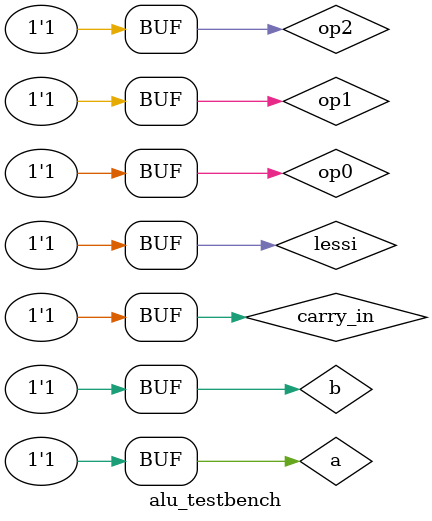
<source format=v>
`define DELAY 20
module alu_testbench(); 
reg a, b, carry_in ,op0,op1,op2,lessi;
wire res, carry_out;

alu_1 fatb(res, carry_out, carry_in, a, b ,op2,op1,op0,lessi);

initial begin
lessi=1'b0;a = 1'b0; b = 1'b0; carry_in = 1'b0 ;op2 = 1'b0;op1 = 1'b0;op0 = 1'b0;
#`DELAY;
lessi=1'b0;a = 1'b0; b = 1'b0; carry_in = 1'b0 ;op2 = 1'b0;op1 = 1'b0;op0 = 1'b0;
#`DELAY;
lessi=1'b0;a = 1'b0; b = 1'b0; carry_in = 1'b0 ;op2 = 1'b0;op1 = 1'b0;op0 = 1'b1;
#`DELAY;
lessi=1'b0;a = 1'b0; b = 1'b0; carry_in = 1'b0 ;op2 = 1'b0;op1 = 1'b0;op0 = 1'b1;
#`DELAY;
lessi=1'b0;a = 1'b0; b = 1'b0; carry_in = 1'b0 ;op2 = 1'b0;op1 = 1'b1;op0 = 1'b0;
#`DELAY;
lessi=1'b0;a = 1'b0; b = 1'b0; carry_in = 1'b0 ;op2 = 1'b0;op1 = 1'b1;op0 = 1'b0;
#`DELAY;
lessi=1'b0;a = 1'b0; b = 1'b0; carry_in = 1'b0 ;op2 = 1'b0;op1 = 1'b1;op0 = 1'b1;
#`DELAY;
lessi=1'b0;a = 1'b0; b = 1'b0; carry_in = 1'b0 ;op2 = 1'b0;op1 = 1'b1;op0 = 1'b1;
#`DELAY;
lessi=1'b0;a = 1'b0; b = 1'b0; carry_in = 1'b1 ;op2 = 1'b1;op1 = 1'b0;op0 = 1'b0;
#`DELAY;
lessi=1'b0;a = 1'b0; b = 1'b0; carry_in = 1'b1 ;op2 = 1'b1;op1 = 1'b0;op0 = 1'b0;
#`DELAY;
lessi=1'b0;a = 1'b0; b = 1'b0; carry_in = 1'b1 ;op2 = 1'b1;op1 = 1'b0;op0 = 1'b1;
#`DELAY;
lessi=1'b0;a = 1'b0; b = 1'b0; carry_in = 1'b1 ;op2 = 1'b1;op1 = 1'b0;op0 = 1'b1;
#`DELAY;
lessi=1'b0;a = 1'b0; b = 1'b0; carry_in = 1'b1 ;op2 = 1'b1;op1 = 1'b1;op0 = 1'b0;
#`DELAY;
lessi=1'b0;a = 1'b0; b = 1'b0; carry_in = 1'b1 ;op2 = 1'b1;op1 = 1'b1;op0 = 1'b0;
#`DELAY;
lessi=1'b0;a = 1'b0; b = 1'b0; carry_in = 1'b1 ;op2 = 1'b1;op1 = 1'b1;op0 = 1'b1;
#`DELAY;
lessi=1'b0;a = 1'b0; b = 1'b0; carry_in = 1'b1 ;op2 = 1'b1;op1 = 1'b1;op0 = 1'b1;
#`DELAY;
lessi=1'b0;a = 1'b0; b = 1'b0; carry_in = 1'b0 ;op2 = 1'b0;op1 = 1'b0;op0 = 1'b0;
#`DELAY;
lessi=1'b0;a = 1'b0; b = 1'b0; carry_in = 1'b0 ;op2 = 1'b0;op1 = 1'b0;op0 = 1'b0;
#`DELAY;
lessi=1'b0;a = 1'b0; b = 1'b0; carry_in = 1'b0 ;op2 = 1'b0;op1 = 1'b0;op0 = 1'b1;
#`DELAY;
lessi=1'b0;a = 1'b0; b = 1'b0; carry_in = 1'b0 ;op2 = 1'b0;op1 = 1'b0;op0 = 1'b1;
#`DELAY;
lessi=1'b0;a = 1'b0; b = 1'b0; carry_in = 1'b0 ;op2 = 1'b0;op1 = 1'b1;op0 = 1'b0;
#`DELAY;
lessi=1'b0;a = 1'b0; b = 1'b0; carry_in = 1'b0 ;op2 = 1'b0;op1 = 1'b1;op0 = 1'b0;
#`DELAY;
lessi=1'b0;a = 1'b0; b = 1'b0; carry_in = 1'b0 ;op2 = 1'b0;op1 = 1'b1;op0 = 1'b1;
#`DELAY;
lessi=1'b0;a = 1'b0; b = 1'b0; carry_in = 1'b0 ;op2 = 1'b0;op1 = 1'b1;op0 = 1'b1;
#`DELAY;
lessi=1'b0;a = 1'b0; b = 1'b0; carry_in = 1'b1 ;op2 = 1'b1;op1 = 1'b0;op0 = 1'b0;
#`DELAY;
lessi=1'b0;a = 1'b0; b = 1'b0; carry_in = 1'b1 ;op2 = 1'b1;op1 = 1'b0;op0 = 1'b0;
#`DELAY;
lessi=1'b0;a = 1'b0; b = 1'b0; carry_in = 1'b1 ;op2 = 1'b1;op1 = 1'b0;op0 = 1'b1;
#`DELAY;
lessi=1'b0;a = 1'b0; b = 1'b0; carry_in = 1'b1 ;op2 = 1'b1;op1 = 1'b0;op0 = 1'b1;
#`DELAY;
lessi=1'b0;a = 1'b0; b = 1'b0; carry_in = 1'b1 ;op2 = 1'b1;op1 = 1'b1;op0 = 1'b0;
#`DELAY;
lessi=1'b0;a = 1'b0; b = 1'b0; carry_in = 1'b1 ;op2 = 1'b1;op1 = 1'b1;op0 = 1'b0;
#`DELAY;
lessi=1'b0;a = 1'b0; b = 1'b0; carry_in = 1'b1 ;op2 = 1'b1;op1 = 1'b1;op0 = 1'b1;
#`DELAY;
lessi=1'b0;a = 1'b0; b = 1'b0; carry_in = 1'b1 ;op2 = 1'b1;op1 = 1'b1;op0 = 1'b1;
#`DELAY;
lessi=1'b0;a = 1'b0; b = 1'b1; carry_in = 1'b0 ;op2 = 1'b0;op1 = 1'b0;op0 = 1'b0;
#`DELAY;
lessi=1'b0;a = 1'b0; b = 1'b1; carry_in = 1'b0 ;op2 = 1'b0;op1 = 1'b0;op0 = 1'b0;
#`DELAY;
lessi=1'b0;a = 1'b0; b = 1'b1; carry_in = 1'b0 ;op2 = 1'b0;op1 = 1'b0;op0 = 1'b1;
#`DELAY;
lessi=1'b0;a = 1'b0; b = 1'b1; carry_in = 1'b0 ;op2 = 1'b0;op1 = 1'b0;op0 = 1'b1;
#`DELAY;
lessi=1'b0;a = 1'b0; b = 1'b1; carry_in = 1'b0 ;op2 = 1'b0;op1 = 1'b1;op0 = 1'b0;
#`DELAY;
lessi=1'b0;a = 1'b0; b = 1'b1; carry_in = 1'b0 ;op2 = 1'b0;op1 = 1'b1;op0 = 1'b0;
#`DELAY;
lessi=1'b0;a = 1'b0; b = 1'b1; carry_in = 1'b0 ;op2 = 1'b0;op1 = 1'b1;op0 = 1'b1;
#`DELAY;
lessi=1'b0;a = 1'b0; b = 1'b1; carry_in = 1'b0 ;op2 = 1'b0;op1 = 1'b1;op0 = 1'b1;
#`DELAY;
lessi=1'b0;a = 1'b0; b = 1'b1; carry_in = 1'b1 ;op2 = 1'b1;op1 = 1'b0;op0 = 1'b0;
#`DELAY;
lessi=1'b0;a = 1'b0; b = 1'b1; carry_in = 1'b1 ;op2 = 1'b1;op1 = 1'b0;op0 = 1'b0;
#`DELAY;
lessi=1'b0;a = 1'b0; b = 1'b1; carry_in = 1'b1 ;op2 = 1'b1;op1 = 1'b0;op0 = 1'b1;
#`DELAY;
lessi=1'b0;a = 1'b0; b = 1'b1; carry_in = 1'b1 ;op2 = 1'b1;op1 = 1'b0;op0 = 1'b1;
#`DELAY;
lessi=1'b0;a = 1'b0; b = 1'b1; carry_in = 1'b1 ;op2 = 1'b1;op1 = 1'b1;op0 = 1'b0;
#`DELAY;
lessi=1'b0;a = 1'b0; b = 1'b1; carry_in = 1'b1 ;op2 = 1'b1;op1 = 1'b1;op0 = 1'b0;
#`DELAY;
lessi=1'b0;a = 1'b0; b = 1'b1; carry_in = 1'b1 ;op2 = 1'b1;op1 = 1'b1;op0 = 1'b1;
#`DELAY;
lessi=1'b0;a = 1'b0; b = 1'b1; carry_in = 1'b1 ;op2 = 1'b1;op1 = 1'b1;op0 = 1'b1;
#`DELAY;
lessi=1'b0;a = 1'b0; b = 1'b1; carry_in = 1'b0 ;op2 = 1'b0;op1 = 1'b0;op0 = 1'b0;
#`DELAY;
lessi=1'b0;a = 1'b0; b = 1'b1; carry_in = 1'b0 ;op2 = 1'b0;op1 = 1'b0;op0 = 1'b0;
#`DELAY;
lessi=1'b0;a = 1'b0; b = 1'b1; carry_in = 1'b0 ;op2 = 1'b0;op1 = 1'b0;op0 = 1'b1;
#`DELAY;
lessi=1'b0;a = 1'b0; b = 1'b1; carry_in = 1'b0 ;op2 = 1'b0;op1 = 1'b0;op0 = 1'b1;
#`DELAY;
lessi=1'b0;a = 1'b0; b = 1'b1; carry_in = 1'b0 ;op2 = 1'b0;op1 = 1'b1;op0 = 1'b0;
#`DELAY;
lessi=1'b0;a = 1'b0; b = 1'b1; carry_in = 1'b0 ;op2 = 1'b0;op1 = 1'b1;op0 = 1'b0;
#`DELAY;
lessi=1'b0;a = 1'b0; b = 1'b1; carry_in = 1'b0 ;op2 = 1'b0;op1 = 1'b1;op0 = 1'b1;
#`DELAY;
lessi=1'b0;a = 1'b0; b = 1'b1; carry_in = 1'b0 ;op2 = 1'b0;op1 = 1'b1;op0 = 1'b1;
#`DELAY;
lessi=1'b0;a = 1'b0; b = 1'b1; carry_in = 1'b1 ;op2 = 1'b1;op1 = 1'b0;op0 = 1'b0;
#`DELAY;
lessi=1'b0;a = 1'b0; b = 1'b1; carry_in = 1'b1 ;op2 = 1'b1;op1 = 1'b0;op0 = 1'b0;
#`DELAY;
lessi=1'b0;a = 1'b0; b = 1'b1; carry_in = 1'b1 ;op2 = 1'b1;op1 = 1'b0;op0 = 1'b1;
#`DELAY;
lessi=1'b0;a = 1'b0; b = 1'b1; carry_in = 1'b1 ;op2 = 1'b1;op1 = 1'b0;op0 = 1'b1;
#`DELAY;
lessi=1'b0;a = 1'b0; b = 1'b1; carry_in = 1'b1 ;op2 = 1'b1;op1 = 1'b1;op0 = 1'b0;
#`DELAY;
lessi=1'b0;a = 1'b0; b = 1'b1; carry_in = 1'b1 ;op2 = 1'b1;op1 = 1'b1;op0 = 1'b0;
#`DELAY;
lessi=1'b0;a = 1'b0; b = 1'b1; carry_in = 1'b1 ;op2 = 1'b1;op1 = 1'b1;op0 = 1'b1;
#`DELAY;
lessi=1'b0;a = 1'b0; b = 1'b1; carry_in = 1'b1 ;op2 = 1'b1;op1 = 1'b1;op0 = 1'b1;
#`DELAY;
lessi=1'b0;a = 1'b1; b = 1'b0; carry_in = 1'b0 ;op2 = 1'b0;op1 = 1'b0;op0 = 1'b0;
#`DELAY;
lessi=1'b0;a = 1'b1; b = 1'b0; carry_in = 1'b0 ;op2 = 1'b0;op1 = 1'b0;op0 = 1'b0;
#`DELAY;
lessi=1'b0;a = 1'b1; b = 1'b0; carry_in = 1'b0 ;op2 = 1'b0;op1 = 1'b0;op0 = 1'b1;
#`DELAY;
lessi=1'b0;a = 1'b1; b = 1'b0; carry_in = 1'b0 ;op2 = 1'b0;op1 = 1'b0;op0 = 1'b1;
#`DELAY;
lessi=1'b0;a = 1'b1; b = 1'b0; carry_in = 1'b0 ;op2 = 1'b0;op1 = 1'b1;op0 = 1'b0;
#`DELAY;
lessi=1'b0;a = 1'b1; b = 1'b0; carry_in = 1'b0 ;op2 = 1'b0;op1 = 1'b1;op0 = 1'b0;
#`DELAY;
lessi=1'b0;a = 1'b1; b = 1'b0; carry_in = 1'b0 ;op2 = 1'b0;op1 = 1'b1;op0 = 1'b1;
#`DELAY;
lessi=1'b0;a = 1'b1; b = 1'b0; carry_in = 1'b0 ;op2 = 1'b0;op1 = 1'b1;op0 = 1'b1;
#`DELAY;
lessi=1'b0;a = 1'b1; b = 1'b0; carry_in = 1'b1 ;op2 = 1'b1;op1 = 1'b0;op0 = 1'b0;
#`DELAY;
lessi=1'b0;a = 1'b1; b = 1'b0; carry_in = 1'b1 ;op2 = 1'b1;op1 = 1'b0;op0 = 1'b0;
#`DELAY;
lessi=1'b0;a = 1'b1; b = 1'b0; carry_in = 1'b1 ;op2 = 1'b1;op1 = 1'b0;op0 = 1'b1;
#`DELAY;
lessi=1'b0;a = 1'b1; b = 1'b0; carry_in = 1'b1 ;op2 = 1'b1;op1 = 1'b0;op0 = 1'b1;
#`DELAY;
lessi=1'b0;a = 1'b1; b = 1'b0; carry_in = 1'b1 ;op2 = 1'b1;op1 = 1'b1;op0 = 1'b0;
#`DELAY;
lessi=1'b0;a = 1'b1; b = 1'b0; carry_in = 1'b1 ;op2 = 1'b1;op1 = 1'b1;op0 = 1'b0;
#`DELAY;
lessi=1'b0;a = 1'b1; b = 1'b0; carry_in = 1'b1 ;op2 = 1'b1;op1 = 1'b1;op0 = 1'b1;
#`DELAY;
lessi=1'b0;a = 1'b1; b = 1'b0; carry_in = 1'b1 ;op2 = 1'b1;op1 = 1'b1;op0 = 1'b1;
#`DELAY;
lessi=1'b0;a = 1'b1; b = 1'b0; carry_in = 1'b0 ;op2 = 1'b0;op1 = 1'b0;op0 = 1'b0;
#`DELAY;
lessi=1'b0;a = 1'b1; b = 1'b0; carry_in = 1'b0 ;op2 = 1'b0;op1 = 1'b0;op0 = 1'b0;
#`DELAY;
lessi=1'b0;a = 1'b1; b = 1'b0; carry_in = 1'b0 ;op2 = 1'b0;op1 = 1'b0;op0 = 1'b1;
#`DELAY;
lessi=1'b0;a = 1'b1; b = 1'b0; carry_in = 1'b0 ;op2 = 1'b0;op1 = 1'b0;op0 = 1'b1;
#`DELAY;
lessi=1'b0;a = 1'b1; b = 1'b0; carry_in = 1'b0 ;op2 = 1'b0;op1 = 1'b1;op0 = 1'b0;
#`DELAY;
lessi=1'b0;a = 1'b1; b = 1'b0; carry_in = 1'b0 ;op2 = 1'b0;op1 = 1'b1;op0 = 1'b0;
#`DELAY;
lessi=1'b0;a = 1'b1; b = 1'b0; carry_in = 1'b0 ;op2 = 1'b0;op1 = 1'b1;op0 = 1'b1;
#`DELAY;
lessi=1'b0;a = 1'b1; b = 1'b0; carry_in = 1'b0 ;op2 = 1'b0;op1 = 1'b1;op0 = 1'b1;
#`DELAY;
lessi=1'b0;a = 1'b1; b = 1'b0; carry_in = 1'b1 ;op2 = 1'b1;op1 = 1'b0;op0 = 1'b0;
#`DELAY;
lessi=1'b0;a = 1'b1; b = 1'b0; carry_in = 1'b1 ;op2 = 1'b1;op1 = 1'b0;op0 = 1'b0;
#`DELAY;
lessi=1'b0;a = 1'b1; b = 1'b0; carry_in = 1'b1 ;op2 = 1'b1;op1 = 1'b0;op0 = 1'b1;
#`DELAY;
lessi=1'b0;a = 1'b1; b = 1'b0; carry_in = 1'b1 ;op2 = 1'b1;op1 = 1'b0;op0 = 1'b1;
#`DELAY;
lessi=1'b0;a = 1'b1; b = 1'b0; carry_in = 1'b1 ;op2 = 1'b1;op1 = 1'b1;op0 = 1'b0;
#`DELAY;
lessi=1'b0;a = 1'b1; b = 1'b0; carry_in = 1'b1 ;op2 = 1'b1;op1 = 1'b1;op0 = 1'b0;
#`DELAY;
lessi=1'b0;a = 1'b1; b = 1'b0; carry_in = 1'b1 ;op2 = 1'b1;op1 = 1'b1;op0 = 1'b1;
#`DELAY;
lessi=1'b0;a = 1'b1; b = 1'b0; carry_in = 1'b1 ;op2 = 1'b1;op1 = 1'b1;op0 = 1'b1;
#`DELAY;
lessi=1'b0;a = 1'b1; b = 1'b1; carry_in = 1'b0 ;op2 = 1'b0;op1 = 1'b0;op0 = 1'b0;
#`DELAY;
lessi=1'b0;a = 1'b1; b = 1'b1; carry_in = 1'b0 ;op2 = 1'b0;op1 = 1'b0;op0 = 1'b0;
#`DELAY;
lessi=1'b0;a = 1'b1; b = 1'b1; carry_in = 1'b0 ;op2 = 1'b0;op1 = 1'b0;op0 = 1'b1;
#`DELAY;
lessi=1'b0;a = 1'b1; b = 1'b1; carry_in = 1'b0 ;op2 = 1'b0;op1 = 1'b0;op0 = 1'b1;
#`DELAY;
lessi=1'b0;a = 1'b1; b = 1'b1; carry_in = 1'b0 ;op2 = 1'b0;op1 = 1'b1;op0 = 1'b0;
#`DELAY;
lessi=1'b0;a = 1'b1; b = 1'b1; carry_in = 1'b0 ;op2 = 1'b0;op1 = 1'b1;op0 = 1'b0;
#`DELAY;
lessi=1'b0;a = 1'b1; b = 1'b1; carry_in = 1'b0 ;op2 = 1'b0;op1 = 1'b1;op0 = 1'b1;
#`DELAY;
lessi=1'b0;a = 1'b1; b = 1'b1; carry_in = 1'b0 ;op2 = 1'b0;op1 = 1'b1;op0 = 1'b1;
#`DELAY;
lessi=1'b0;a = 1'b1; b = 1'b1; carry_in = 1'b1 ;op2 = 1'b1;op1 = 1'b0;op0 = 1'b0;
#`DELAY;
lessi=1'b0;a = 1'b1; b = 1'b1; carry_in = 1'b1 ;op2 = 1'b1;op1 = 1'b0;op0 = 1'b0;
#`DELAY;
lessi=1'b0;a = 1'b1; b = 1'b1; carry_in = 1'b1 ;op2 = 1'b1;op1 = 1'b0;op0 = 1'b1;
#`DELAY;
lessi=1'b0;a = 1'b1; b = 1'b1; carry_in = 1'b1 ;op2 = 1'b1;op1 = 1'b0;op0 = 1'b1;
#`DELAY;
lessi=1'b0;a = 1'b1; b = 1'b1; carry_in = 1'b1 ;op2 = 1'b1;op1 = 1'b1;op0 = 1'b0;
#`DELAY;
lessi=1'b0;a = 1'b1; b = 1'b1; carry_in = 1'b1 ;op2 = 1'b1;op1 = 1'b1;op0 = 1'b0;
#`DELAY;
lessi=1'b0;a = 1'b1; b = 1'b1; carry_in = 1'b1 ;op2 = 1'b1;op1 = 1'b1;op0 = 1'b1;
#`DELAY;
lessi=1'b0;a = 1'b1; b = 1'b1; carry_in = 1'b1 ;op2 = 1'b1;op1 = 1'b1;op0 = 1'b1;
#`DELAY;
lessi=1'b0;a = 1'b1; b = 1'b1; carry_in = 1'b0 ;op2 = 1'b0;op1 = 1'b0;op0 = 1'b0;
#`DELAY;
lessi=1'b0;a = 1'b1; b = 1'b1; carry_in = 1'b0 ;op2 = 1'b0;op1 = 1'b0;op0 = 1'b0;
#`DELAY;
lessi=1'b0;a = 1'b1; b = 1'b1; carry_in = 1'b0 ;op2 = 1'b0;op1 = 1'b0;op0 = 1'b1;
#`DELAY;
lessi=1'b0;a = 1'b1; b = 1'b1; carry_in = 1'b0 ;op2 = 1'b0;op1 = 1'b0;op0 = 1'b1;
#`DELAY;
lessi=1'b0;a = 1'b1; b = 1'b1; carry_in = 1'b0 ;op2 = 1'b0;op1 = 1'b1;op0 = 1'b0;
#`DELAY;
lessi=1'b0;a = 1'b1; b = 1'b1; carry_in = 1'b0 ;op2 = 1'b0;op1 = 1'b1;op0 = 1'b0;
#`DELAY;
lessi=1'b0;a = 1'b1; b = 1'b1; carry_in = 1'b0 ;op2 = 1'b0;op1 = 1'b1;op0 = 1'b1;
#`DELAY;
lessi=1'b0;a = 1'b1; b = 1'b1; carry_in = 1'b0 ;op2 = 1'b0;op1 = 1'b1;op0 = 1'b1;
#`DELAY;
lessi=1'b0;a = 1'b1; b = 1'b1; carry_in = 1'b1 ;op2 = 1'b1;op1 = 1'b0;op0 = 1'b0;
#`DELAY;
lessi=1'b0;a = 1'b1; b = 1'b1; carry_in = 1'b1 ;op2 = 1'b1;op1 = 1'b0;op0 = 1'b0;
#`DELAY;
lessi=1'b0;a = 1'b1; b = 1'b1; carry_in = 1'b1 ;op2 = 1'b1;op1 = 1'b0;op0 = 1'b1;
#`DELAY;
lessi=1'b0;a = 1'b1; b = 1'b1; carry_in = 1'b1 ;op2 = 1'b1;op1 = 1'b0;op0 = 1'b1;
#`DELAY;
lessi=1'b0;a = 1'b1; b = 1'b1; carry_in = 1'b1 ;op2 = 1'b1;op1 = 1'b1;op0 = 1'b0;
#`DELAY;
lessi=1'b0;a = 1'b1; b = 1'b1; carry_in = 1'b1 ;op2 = 1'b1;op1 = 1'b1;op0 = 1'b0;
#`DELAY;
lessi=1'b0;a = 1'b1; b = 1'b1; carry_in = 1'b1 ;op2 = 1'b1;op1 = 1'b1;op0 = 1'b1;
#`DELAY;
lessi=1'b0;a = 1'b1; b = 1'b1; carry_in = 1'b1 ;op2 = 1'b1;op1 = 1'b1;op0 = 1'b1;
#`DELAY;
lessi=1'b1;a = 1'b0; b = 1'b0; carry_in = 1'b0 ;op2 = 1'b0;op1 = 1'b0;op0 = 1'b0;
#`DELAY;
lessi=1'b1;a = 1'b0; b = 1'b0; carry_in = 1'b0 ;op2 = 1'b0;op1 = 1'b0;op0 = 1'b0;
#`DELAY;
lessi=1'b1;a = 1'b0; b = 1'b0; carry_in = 1'b0 ;op2 = 1'b0;op1 = 1'b0;op0 = 1'b1;
#`DELAY;
lessi=1'b1;a = 1'b0; b = 1'b0; carry_in = 1'b0 ;op2 = 1'b0;op1 = 1'b0;op0 = 1'b1;
#`DELAY;
lessi=1'b1;a = 1'b0; b = 1'b0; carry_in = 1'b0 ;op2 = 1'b0;op1 = 1'b1;op0 = 1'b0;
#`DELAY;
lessi=1'b1;a = 1'b0; b = 1'b0; carry_in = 1'b0 ;op2 = 1'b0;op1 = 1'b1;op0 = 1'b0;
#`DELAY;
lessi=1'b1;a = 1'b0; b = 1'b0; carry_in = 1'b0 ;op2 = 1'b0;op1 = 1'b1;op0 = 1'b1;
#`DELAY;
lessi=1'b1;a = 1'b0; b = 1'b0; carry_in = 1'b0 ;op2 = 1'b0;op1 = 1'b1;op0 = 1'b1;
#`DELAY;
lessi=1'b1;a = 1'b0; b = 1'b0; carry_in = 1'b1 ;op2 = 1'b1;op1 = 1'b0;op0 = 1'b0;
#`DELAY;
lessi=1'b1;a = 1'b0; b = 1'b0; carry_in = 1'b1 ;op2 = 1'b1;op1 = 1'b0;op0 = 1'b0;
#`DELAY;
lessi=1'b1;a = 1'b0; b = 1'b0; carry_in = 1'b1 ;op2 = 1'b1;op1 = 1'b0;op0 = 1'b1;
#`DELAY;
lessi=1'b1;a = 1'b0; b = 1'b0; carry_in = 1'b1 ;op2 = 1'b1;op1 = 1'b0;op0 = 1'b1;
#`DELAY;
lessi=1'b1;a = 1'b0; b = 1'b0; carry_in = 1'b1 ;op2 = 1'b1;op1 = 1'b1;op0 = 1'b0;
#`DELAY;
lessi=1'b1;a = 1'b0; b = 1'b0; carry_in = 1'b1 ;op2 = 1'b1;op1 = 1'b1;op0 = 1'b0;
#`DELAY;
lessi=1'b1;a = 1'b0; b = 1'b0; carry_in = 1'b1 ;op2 = 1'b1;op1 = 1'b1;op0 = 1'b1;
#`DELAY;
lessi=1'b1;a = 1'b0; b = 1'b0; carry_in = 1'b1 ;op2 = 1'b1;op1 = 1'b1;op0 = 1'b1;
#`DELAY;
lessi=1'b1;a = 1'b0; b = 1'b0; carry_in = 1'b0 ;op2 = 1'b0;op1 = 1'b0;op0 = 1'b0;
#`DELAY;
lessi=1'b1;a = 1'b0; b = 1'b0; carry_in = 1'b0 ;op2 = 1'b0;op1 = 1'b0;op0 = 1'b0;
#`DELAY;
lessi=1'b1;a = 1'b0; b = 1'b0; carry_in = 1'b0 ;op2 = 1'b0;op1 = 1'b0;op0 = 1'b1;
#`DELAY;
lessi=1'b1;a = 1'b0; b = 1'b0; carry_in = 1'b0 ;op2 = 1'b0;op1 = 1'b0;op0 = 1'b1;
#`DELAY;
lessi=1'b1;a = 1'b0; b = 1'b0; carry_in = 1'b0 ;op2 = 1'b0;op1 = 1'b1;op0 = 1'b0;
#`DELAY;
lessi=1'b1;a = 1'b0; b = 1'b0; carry_in = 1'b0 ;op2 = 1'b0;op1 = 1'b1;op0 = 1'b0;
#`DELAY;
lessi=1'b1;a = 1'b0; b = 1'b0; carry_in = 1'b0 ;op2 = 1'b0;op1 = 1'b1;op0 = 1'b1;
#`DELAY;
lessi=1'b1;a = 1'b0; b = 1'b0; carry_in = 1'b0 ;op2 = 1'b0;op1 = 1'b1;op0 = 1'b1;
#`DELAY;
lessi=1'b1;a = 1'b0; b = 1'b0; carry_in = 1'b1 ;op2 = 1'b1;op1 = 1'b0;op0 = 1'b0;
#`DELAY;
lessi=1'b1;a = 1'b0; b = 1'b0; carry_in = 1'b1 ;op2 = 1'b1;op1 = 1'b0;op0 = 1'b0;
#`DELAY;
lessi=1'b1;a = 1'b0; b = 1'b0; carry_in = 1'b1 ;op2 = 1'b1;op1 = 1'b0;op0 = 1'b1;
#`DELAY;
lessi=1'b1;a = 1'b0; b = 1'b0; carry_in = 1'b1 ;op2 = 1'b1;op1 = 1'b0;op0 = 1'b1;
#`DELAY;
lessi=1'b1;a = 1'b0; b = 1'b0; carry_in = 1'b1 ;op2 = 1'b1;op1 = 1'b1;op0 = 1'b0;
#`DELAY;
lessi=1'b1;a = 1'b0; b = 1'b0; carry_in = 1'b1 ;op2 = 1'b1;op1 = 1'b1;op0 = 1'b0;
#`DELAY;
lessi=1'b1;a = 1'b0; b = 1'b0; carry_in = 1'b1 ;op2 = 1'b1;op1 = 1'b1;op0 = 1'b1;
#`DELAY;
lessi=1'b1;a = 1'b0; b = 1'b0; carry_in = 1'b1 ;op2 = 1'b1;op1 = 1'b1;op0 = 1'b1;
#`DELAY;
lessi=1'b1;a = 1'b0; b = 1'b1; carry_in = 1'b0 ;op2 = 1'b0;op1 = 1'b0;op0 = 1'b0;
#`DELAY;
lessi=1'b1;a = 1'b0; b = 1'b1; carry_in = 1'b0 ;op2 = 1'b0;op1 = 1'b0;op0 = 1'b0;
#`DELAY;
lessi=1'b1;a = 1'b0; b = 1'b1; carry_in = 1'b0 ;op2 = 1'b0;op1 = 1'b0;op0 = 1'b1;
#`DELAY;
lessi=1'b1;a = 1'b0; b = 1'b1; carry_in = 1'b0 ;op2 = 1'b0;op1 = 1'b0;op0 = 1'b1;
#`DELAY;
lessi=1'b1;a = 1'b0; b = 1'b1; carry_in = 1'b0 ;op2 = 1'b0;op1 = 1'b1;op0 = 1'b0;
#`DELAY;
lessi=1'b1;a = 1'b0; b = 1'b1; carry_in = 1'b0 ;op2 = 1'b0;op1 = 1'b1;op0 = 1'b0;
#`DELAY;
lessi=1'b1;a = 1'b0; b = 1'b1; carry_in = 1'b0 ;op2 = 1'b0;op1 = 1'b1;op0 = 1'b1;
#`DELAY;
lessi=1'b1;a = 1'b0; b = 1'b1; carry_in = 1'b0 ;op2 = 1'b0;op1 = 1'b1;op0 = 1'b1;
#`DELAY;
lessi=1'b1;a = 1'b0; b = 1'b1; carry_in = 1'b1 ;op2 = 1'b1;op1 = 1'b0;op0 = 1'b0;
#`DELAY;
lessi=1'b1;a = 1'b0; b = 1'b1; carry_in = 1'b1 ;op2 = 1'b1;op1 = 1'b0;op0 = 1'b0;
#`DELAY;
lessi=1'b1;a = 1'b0; b = 1'b1; carry_in = 1'b1 ;op2 = 1'b1;op1 = 1'b0;op0 = 1'b1;
#`DELAY;
lessi=1'b1;a = 1'b0; b = 1'b1; carry_in = 1'b1 ;op2 = 1'b1;op1 = 1'b0;op0 = 1'b1;
#`DELAY;
lessi=1'b1;a = 1'b0; b = 1'b1; carry_in = 1'b1 ;op2 = 1'b1;op1 = 1'b1;op0 = 1'b0;
#`DELAY;
lessi=1'b1;a = 1'b0; b = 1'b1; carry_in = 1'b1 ;op2 = 1'b1;op1 = 1'b1;op0 = 1'b0;
#`DELAY;
lessi=1'b1;a = 1'b0; b = 1'b1; carry_in = 1'b1 ;op2 = 1'b1;op1 = 1'b1;op0 = 1'b1;
#`DELAY;
lessi=1'b1;a = 1'b0; b = 1'b1; carry_in = 1'b1 ;op2 = 1'b1;op1 = 1'b1;op0 = 1'b1;
#`DELAY;
lessi=1'b1;a = 1'b0; b = 1'b1; carry_in = 1'b0 ;op2 = 1'b0;op1 = 1'b0;op0 = 1'b0;
#`DELAY;
lessi=1'b1;a = 1'b0; b = 1'b1; carry_in = 1'b0 ;op2 = 1'b0;op1 = 1'b0;op0 = 1'b0;
#`DELAY;
lessi=1'b1;a = 1'b0; b = 1'b1; carry_in = 1'b0 ;op2 = 1'b0;op1 = 1'b0;op0 = 1'b1;
#`DELAY;
lessi=1'b1;a = 1'b0; b = 1'b1; carry_in = 1'b0 ;op2 = 1'b0;op1 = 1'b0;op0 = 1'b1;
#`DELAY;
lessi=1'b1;a = 1'b0; b = 1'b1; carry_in = 1'b0 ;op2 = 1'b0;op1 = 1'b1;op0 = 1'b0;
#`DELAY;
lessi=1'b1;a = 1'b0; b = 1'b1; carry_in = 1'b0 ;op2 = 1'b0;op1 = 1'b1;op0 = 1'b0;
#`DELAY;
lessi=1'b1;a = 1'b0; b = 1'b1; carry_in = 1'b0 ;op2 = 1'b0;op1 = 1'b1;op0 = 1'b1;
#`DELAY;
lessi=1'b1;a = 1'b0; b = 1'b1; carry_in = 1'b0 ;op2 = 1'b0;op1 = 1'b1;op0 = 1'b1;
#`DELAY;
lessi=1'b1;a = 1'b0; b = 1'b1; carry_in = 1'b1 ;op2 = 1'b1;op1 = 1'b0;op0 = 1'b0;
#`DELAY;
lessi=1'b1;a = 1'b0; b = 1'b1; carry_in = 1'b1 ;op2 = 1'b1;op1 = 1'b0;op0 = 1'b0;
#`DELAY;
lessi=1'b1;a = 1'b0; b = 1'b1; carry_in = 1'b1 ;op2 = 1'b1;op1 = 1'b0;op0 = 1'b1;
#`DELAY;
lessi=1'b1;a = 1'b0; b = 1'b1; carry_in = 1'b1 ;op2 = 1'b1;op1 = 1'b0;op0 = 1'b1;
#`DELAY;
lessi=1'b1;a = 1'b0; b = 1'b1; carry_in = 1'b1 ;op2 = 1'b1;op1 = 1'b1;op0 = 1'b0;
#`DELAY;
lessi=1'b1;a = 1'b0; b = 1'b1; carry_in = 1'b1 ;op2 = 1'b1;op1 = 1'b1;op0 = 1'b0;
#`DELAY;
lessi=1'b1;a = 1'b0; b = 1'b1; carry_in = 1'b1 ;op2 = 1'b1;op1 = 1'b1;op0 = 1'b1;
#`DELAY;
lessi=1'b1;a = 1'b0; b = 1'b1; carry_in = 1'b1 ;op2 = 1'b1;op1 = 1'b1;op0 = 1'b1;
#`DELAY;
lessi=1'b1;a = 1'b1; b = 1'b0; carry_in = 1'b0 ;op2 = 1'b0;op1 = 1'b0;op0 = 1'b0;
#`DELAY;
lessi=1'b1;a = 1'b1; b = 1'b0; carry_in = 1'b0 ;op2 = 1'b0;op1 = 1'b0;op0 = 1'b0;
#`DELAY;
lessi=1'b1;a = 1'b1; b = 1'b0; carry_in = 1'b0 ;op2 = 1'b0;op1 = 1'b0;op0 = 1'b1;
#`DELAY;
lessi=1'b1;a = 1'b1; b = 1'b0; carry_in = 1'b0 ;op2 = 1'b0;op1 = 1'b0;op0 = 1'b1;
#`DELAY;
lessi=1'b1;a = 1'b1; b = 1'b0; carry_in = 1'b0 ;op2 = 1'b0;op1 = 1'b1;op0 = 1'b0;
#`DELAY;
lessi=1'b1;a = 1'b1; b = 1'b0; carry_in = 1'b0 ;op2 = 1'b0;op1 = 1'b1;op0 = 1'b0;
#`DELAY;
lessi=1'b1;a = 1'b1; b = 1'b0; carry_in = 1'b0 ;op2 = 1'b0;op1 = 1'b1;op0 = 1'b1;
#`DELAY;
lessi=1'b1;a = 1'b1; b = 1'b0; carry_in = 1'b0 ;op2 = 1'b0;op1 = 1'b1;op0 = 1'b1;
#`DELAY;
lessi=1'b1;a = 1'b1; b = 1'b0; carry_in = 1'b1 ;op2 = 1'b1;op1 = 1'b0;op0 = 1'b0;
#`DELAY;
lessi=1'b1;a = 1'b1; b = 1'b0; carry_in = 1'b1 ;op2 = 1'b1;op1 = 1'b0;op0 = 1'b0;
#`DELAY;
lessi=1'b1;a = 1'b1; b = 1'b0; carry_in = 1'b1 ;op2 = 1'b1;op1 = 1'b0;op0 = 1'b1;
#`DELAY;
lessi=1'b1;a = 1'b1; b = 1'b0; carry_in = 1'b1 ;op2 = 1'b1;op1 = 1'b0;op0 = 1'b1;
#`DELAY;
lessi=1'b1;a = 1'b1; b = 1'b0; carry_in = 1'b1 ;op2 = 1'b1;op1 = 1'b1;op0 = 1'b0;
#`DELAY;
lessi=1'b1;a = 1'b1; b = 1'b0; carry_in = 1'b1 ;op2 = 1'b1;op1 = 1'b1;op0 = 1'b0;
#`DELAY;
lessi=1'b1;a = 1'b1; b = 1'b0; carry_in = 1'b1 ;op2 = 1'b1;op1 = 1'b1;op0 = 1'b1;
#`DELAY;
lessi=1'b1;a = 1'b1; b = 1'b0; carry_in = 1'b1 ;op2 = 1'b1;op1 = 1'b1;op0 = 1'b1;
#`DELAY;
lessi=1'b1;a = 1'b1; b = 1'b0; carry_in = 1'b0 ;op2 = 1'b0;op1 = 1'b0;op0 = 1'b0;
#`DELAY;
lessi=1'b1;a = 1'b1; b = 1'b0; carry_in = 1'b0 ;op2 = 1'b0;op1 = 1'b0;op0 = 1'b0;
#`DELAY;
lessi=1'b1;a = 1'b1; b = 1'b0; carry_in = 1'b0 ;op2 = 1'b0;op1 = 1'b0;op0 = 1'b1;
#`DELAY;
lessi=1'b1;a = 1'b1; b = 1'b0; carry_in = 1'b0 ;op2 = 1'b0;op1 = 1'b0;op0 = 1'b1;
#`DELAY;
lessi=1'b1;a = 1'b1; b = 1'b0; carry_in = 1'b0 ;op2 = 1'b0;op1 = 1'b1;op0 = 1'b0;
#`DELAY;
lessi=1'b1;a = 1'b1; b = 1'b0; carry_in = 1'b0 ;op2 = 1'b0;op1 = 1'b1;op0 = 1'b0;
#`DELAY;
lessi=1'b1;a = 1'b1; b = 1'b0; carry_in = 1'b0 ;op2 = 1'b0;op1 = 1'b1;op0 = 1'b1;
#`DELAY;
lessi=1'b1;a = 1'b1; b = 1'b0; carry_in = 1'b0 ;op2 = 1'b0;op1 = 1'b1;op0 = 1'b1;
#`DELAY;
lessi=1'b1;a = 1'b1; b = 1'b0; carry_in = 1'b1 ;op2 = 1'b1;op1 = 1'b0;op0 = 1'b0;
#`DELAY;
lessi=1'b1;a = 1'b1; b = 1'b0; carry_in = 1'b1 ;op2 = 1'b1;op1 = 1'b0;op0 = 1'b0;
#`DELAY;
lessi=1'b1;a = 1'b1; b = 1'b0; carry_in = 1'b1 ;op2 = 1'b1;op1 = 1'b0;op0 = 1'b1;
#`DELAY;
lessi=1'b1;a = 1'b1; b = 1'b0; carry_in = 1'b1 ;op2 = 1'b1;op1 = 1'b0;op0 = 1'b1;
#`DELAY;
lessi=1'b1;a = 1'b1; b = 1'b0; carry_in = 1'b1 ;op2 = 1'b1;op1 = 1'b1;op0 = 1'b0;
#`DELAY;
lessi=1'b1;a = 1'b1; b = 1'b0; carry_in = 1'b1 ;op2 = 1'b1;op1 = 1'b1;op0 = 1'b0;
#`DELAY;
lessi=1'b1;a = 1'b1; b = 1'b0; carry_in = 1'b1 ;op2 = 1'b1;op1 = 1'b1;op0 = 1'b1;
#`DELAY;
lessi=1'b1;a = 1'b1; b = 1'b0; carry_in = 1'b1 ;op2 = 1'b1;op1 = 1'b1;op0 = 1'b1;
#`DELAY;
lessi=1'b1;a = 1'b1; b = 1'b1; carry_in = 1'b0 ;op2 = 1'b0;op1 = 1'b0;op0 = 1'b0;
#`DELAY;
lessi=1'b1;a = 1'b1; b = 1'b1; carry_in = 1'b0 ;op2 = 1'b0;op1 = 1'b0;op0 = 1'b0;
#`DELAY;
lessi=1'b1;a = 1'b1; b = 1'b1; carry_in = 1'b0 ;op2 = 1'b0;op1 = 1'b0;op0 = 1'b1;
#`DELAY;
lessi=1'b1;a = 1'b1; b = 1'b1; carry_in = 1'b0 ;op2 = 1'b0;op1 = 1'b0;op0 = 1'b1;
#`DELAY;
lessi=1'b1;a = 1'b1; b = 1'b1; carry_in = 1'b0 ;op2 = 1'b0;op1 = 1'b1;op0 = 1'b0;
#`DELAY;
lessi=1'b1;a = 1'b1; b = 1'b1; carry_in = 1'b0 ;op2 = 1'b0;op1 = 1'b1;op0 = 1'b0;
#`DELAY;
lessi=1'b1;a = 1'b1; b = 1'b1; carry_in = 1'b0 ;op2 = 1'b0;op1 = 1'b1;op0 = 1'b1;
#`DELAY;
lessi=1'b1;a = 1'b1; b = 1'b1; carry_in = 1'b0 ;op2 = 1'b0;op1 = 1'b1;op0 = 1'b1;
#`DELAY;
lessi=1'b1;a = 1'b1; b = 1'b1; carry_in = 1'b1 ;op2 = 1'b1;op1 = 1'b0;op0 = 1'b0;
#`DELAY;
lessi=1'b1;a = 1'b1; b = 1'b1; carry_in = 1'b1 ;op2 = 1'b1;op1 = 1'b0;op0 = 1'b0;
#`DELAY;
lessi=1'b1;a = 1'b1; b = 1'b1; carry_in = 1'b1 ;op2 = 1'b1;op1 = 1'b0;op0 = 1'b1;
#`DELAY;
lessi=1'b1;a = 1'b1; b = 1'b1; carry_in = 1'b1 ;op2 = 1'b1;op1 = 1'b0;op0 = 1'b1;
#`DELAY;
lessi=1'b1;a = 1'b1; b = 1'b1; carry_in = 1'b1 ;op2 = 1'b1;op1 = 1'b1;op0 = 1'b0;
#`DELAY;
lessi=1'b1;a = 1'b1; b = 1'b1; carry_in = 1'b1 ;op2 = 1'b1;op1 = 1'b1;op0 = 1'b0;
#`DELAY;
lessi=1'b1;a = 1'b1; b = 1'b1; carry_in = 1'b1 ;op2 = 1'b1;op1 = 1'b1;op0 = 1'b1;
#`DELAY;
lessi=1'b1;a = 1'b1; b = 1'b1; carry_in = 1'b1 ;op2 = 1'b1;op1 = 1'b1;op0 = 1'b1;
#`DELAY;
lessi=1'b1;a = 1'b1; b = 1'b1; carry_in = 1'b0 ;op2 = 1'b0;op1 = 1'b0;op0 = 1'b0;
#`DELAY;
lessi=1'b1;a = 1'b1; b = 1'b1; carry_in = 1'b0 ;op2 = 1'b0;op1 = 1'b0;op0 = 1'b0;
#`DELAY;
lessi=1'b1;a = 1'b1; b = 1'b1; carry_in = 1'b0 ;op2 = 1'b0;op1 = 1'b0;op0 = 1'b1;
#`DELAY;
lessi=1'b1;a = 1'b1; b = 1'b1; carry_in = 1'b0 ;op2 = 1'b0;op1 = 1'b0;op0 = 1'b1;
#`DELAY;
lessi=1'b1;a = 1'b1; b = 1'b1; carry_in = 1'b0 ;op2 = 1'b0;op1 = 1'b1;op0 = 1'b0;
#`DELAY;
lessi=1'b1;a = 1'b1; b = 1'b1; carry_in = 1'b0 ;op2 = 1'b0;op1 = 1'b1;op0 = 1'b0;
#`DELAY;
lessi=1'b1;a = 1'b1; b = 1'b1; carry_in = 1'b0 ;op2 = 1'b0;op1 = 1'b1;op0 = 1'b1;
#`DELAY;
lessi=1'b1;a = 1'b1; b = 1'b1; carry_in = 1'b0 ;op2 = 1'b0;op1 = 1'b1;op0 = 1'b1;
#`DELAY;
lessi=1'b1;a = 1'b1; b = 1'b1; carry_in = 1'b1 ;op2 = 1'b1;op1 = 1'b0;op0 = 1'b0;
#`DELAY;
lessi=1'b1;a = 1'b1; b = 1'b1; carry_in = 1'b1 ;op2 = 1'b1;op1 = 1'b0;op0 = 1'b0;
#`DELAY;
lessi=1'b1;a = 1'b1; b = 1'b1; carry_in = 1'b1 ;op2 = 1'b1;op1 = 1'b0;op0 = 1'b1;
#`DELAY;
lessi=1'b1;a = 1'b1; b = 1'b1; carry_in = 1'b1 ;op2 = 1'b1;op1 = 1'b0;op0 = 1'b1;
#`DELAY;
lessi=1'b1;a = 1'b1; b = 1'b1; carry_in = 1'b1 ;op2 = 1'b1;op1 = 1'b1;op0 = 1'b0;
#`DELAY;
lessi=1'b1;a = 1'b1; b = 1'b1; carry_in = 1'b1 ;op2 = 1'b1;op1 = 1'b1;op0 = 1'b0;
#`DELAY;
lessi=1'b1;a = 1'b1; b = 1'b1; carry_in = 1'b1 ;op2 = 1'b1;op1 = 1'b1;op0 = 1'b1;
#`DELAY;
lessi=1'b1;a = 1'b1; b = 1'b1; carry_in = 1'b1 ;op2 = 1'b1;op1 = 1'b1;op0 = 1'b1;
#`DELAY;


end
 
initial
begin
$monitor("time = %2d, a =%1b, b=%1b, carry_in=%1b, res=%1b, carry_out=%1b , lessi = %1b opcode =%1b%1b%1b", $time, a, b, carry_in, res, carry_out,lessi,
op2,op1,op0);
end
 
endmodule
</source>
